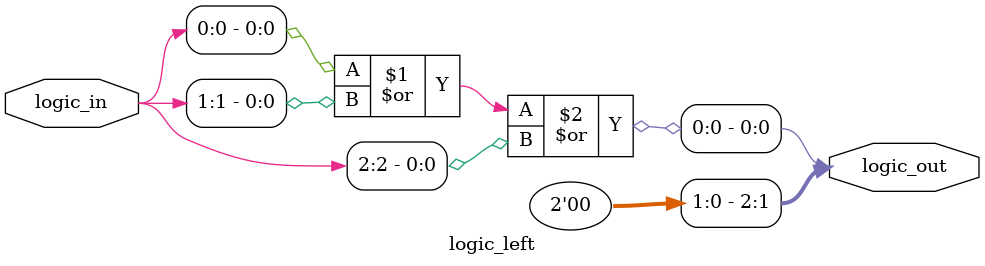
<source format=v>
module logic_left (
	input	[2:0]	logic_in,
	output	[2:0]	logic_out
	);
	
	assign logic_out [0]	= (logic_in [0] | logic_in [1] | logic_in [2]);
	assign logic_out [2:1]	= 0;
endmodule 
</source>
